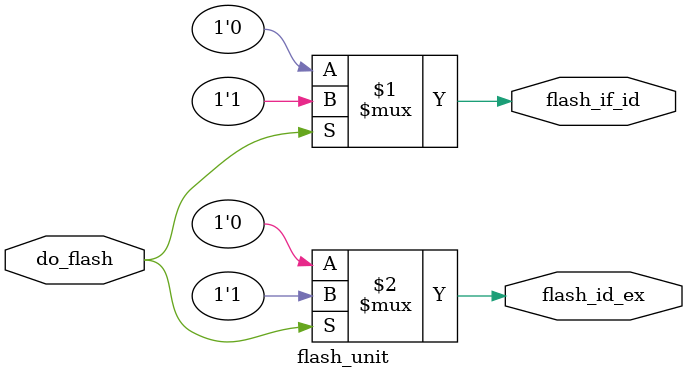
<source format=v>
`timescale 1ns / 1ps


module flash_unit(
    input do_flash,
    output flash_if_id,
    output flash_id_ex
);

   assign flash_if_id = (do_flash) ? 1'b1 : 1'b0;
   assign flash_id_ex = (do_flash) ? 1'b1 : 1'b0;
    
endmodule

</source>
